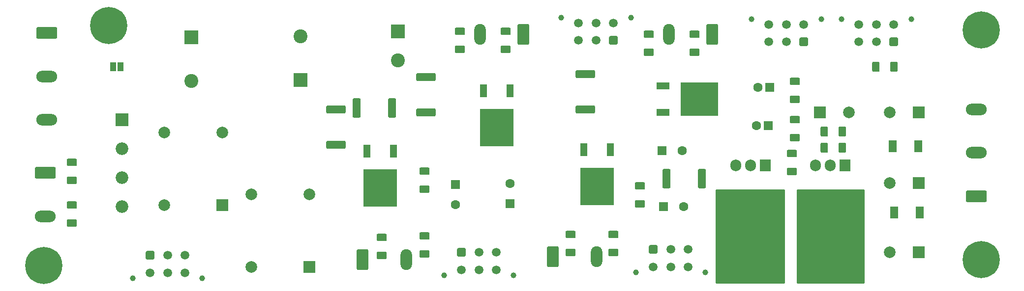
<source format=gbr>
%TF.GenerationSoftware,KiCad,Pcbnew,(5.1.10)-1*%
%TF.CreationDate,2021-11-20T18:22:11+01:00*%
%TF.ProjectId,MRAMP00_PowerSupply,4d52414d-5030-4305-9f50-6f7765725375,rev?*%
%TF.SameCoordinates,Original*%
%TF.FileFunction,Soldermask,Bot*%
%TF.FilePolarity,Negative*%
%FSLAX46Y46*%
G04 Gerber Fmt 4.6, Leading zero omitted, Abs format (unit mm)*
G04 Created by KiCad (PCBNEW (5.1.10)-1) date 2021-11-20 18:22:11*
%MOMM*%
%LPD*%
G01*
G04 APERTURE LIST*
%ADD10R,1.400000X2.100000*%
%ADD11R,2.175000X2.175000*%
%ADD12C,2.175000*%
%ADD13C,6.400000*%
%ADD14O,3.600000X2.000000*%
%ADD15C,2.000000*%
%ADD16R,2.000000X2.000000*%
%ADD17O,1.905000X2.000000*%
%ADD18R,1.905000X2.000000*%
%ADD19O,3.500000X3.500000*%
%ADD20R,5.800000X6.400000*%
%ADD21R,1.200000X2.200000*%
%ADD22R,6.400000X5.800000*%
%ADD23R,2.200000X1.200000*%
%ADD24R,1.000000X1.500000*%
%ADD25C,1.500000*%
%ADD26C,1.000000*%
%ADD27O,2.000000X3.600000*%
%ADD28C,1.600000*%
%ADD29R,1.600000X1.600000*%
%ADD30C,2.400000*%
%ADD31R,2.400000X2.400000*%
%ADD32C,0.254000*%
%ADD33C,0.100000*%
G04 APERTURE END LIST*
D10*
%TO.C,D2*%
X-490996000Y2590000D03*
X-486596000Y2590000D03*
%TD*%
%TO.C,D1*%
X-486850000Y14020000D03*
X-491250000Y14020000D03*
%TD*%
D11*
%TO.C,BR1*%
X-623924000Y18592000D03*
D12*
X-623924000Y13592000D03*
X-623924000Y8592000D03*
X-623924000Y3592000D03*
%TD*%
D13*
%TO.C,H4*%
X-476000000Y-5538000D03*
%TD*%
%TO.C,H3*%
X-476000000Y34086000D03*
%TD*%
%TO.C,H2*%
X-637386000Y-6554000D03*
%TD*%
%TO.C,H1*%
X-626210000Y34848000D03*
%TD*%
D14*
%TO.C,J12*%
X-636878000Y18578000D03*
X-636878000Y26078000D03*
G36*
G01*
X-638428000Y34578000D02*
X-635328000Y34578000D01*
G75*
G02*
X-635078000Y34328000I0J-250000D01*
G01*
X-635078000Y32828000D01*
G75*
G02*
X-635328000Y32578000I-250000J0D01*
G01*
X-638428000Y32578000D01*
G75*
G02*
X-638678000Y32828000I0J250000D01*
G01*
X-638678000Y34328000D01*
G75*
G02*
X-638428000Y34578000I250000J0D01*
G01*
G37*
%TD*%
%TO.C,R31*%
G36*
G01*
X-508725001Y22772000D02*
X-507474999Y22772000D01*
G75*
G02*
X-507225000Y22522001I0J-249999D01*
G01*
X-507225000Y21721999D01*
G75*
G02*
X-507474999Y21472000I-249999J0D01*
G01*
X-508725001Y21472000D01*
G75*
G02*
X-508975000Y21721999I0J249999D01*
G01*
X-508975000Y22522001D01*
G75*
G02*
X-508725001Y22772000I249999J0D01*
G01*
G37*
G36*
G01*
X-508725001Y25872000D02*
X-507474999Y25872000D01*
G75*
G02*
X-507225000Y25622001I0J-249999D01*
G01*
X-507225000Y24821999D01*
G75*
G02*
X-507474999Y24572000I-249999J0D01*
G01*
X-508725001Y24572000D01*
G75*
G02*
X-508975000Y24821999I0J249999D01*
G01*
X-508975000Y25622001D01*
G75*
G02*
X-508725001Y25872000I249999J0D01*
G01*
G37*
%TD*%
%TO.C,R29*%
G36*
G01*
X-508725001Y16168000D02*
X-507474999Y16168000D01*
G75*
G02*
X-507225000Y15918001I0J-249999D01*
G01*
X-507225000Y15117999D01*
G75*
G02*
X-507474999Y14868000I-249999J0D01*
G01*
X-508725001Y14868000D01*
G75*
G02*
X-508975000Y15117999I0J249999D01*
G01*
X-508975000Y15918001D01*
G75*
G02*
X-508725001Y16168000I249999J0D01*
G01*
G37*
G36*
G01*
X-508725001Y19268000D02*
X-507474999Y19268000D01*
G75*
G02*
X-507225000Y19018001I0J-249999D01*
G01*
X-507225000Y18217999D01*
G75*
G02*
X-507474999Y17968000I-249999J0D01*
G01*
X-508725001Y17968000D01*
G75*
G02*
X-508975000Y18217999I0J249999D01*
G01*
X-508975000Y19018001D01*
G75*
G02*
X-508725001Y19268000I249999J0D01*
G01*
G37*
%TD*%
%TO.C,R28*%
G36*
G01*
X-507982999Y12126000D02*
X-509233001Y12126000D01*
G75*
G02*
X-509483000Y12375999I0J249999D01*
G01*
X-509483000Y13176001D01*
G75*
G02*
X-509233001Y13426000I249999J0D01*
G01*
X-507982999Y13426000D01*
G75*
G02*
X-507733000Y13176001I0J-249999D01*
G01*
X-507733000Y12375999D01*
G75*
G02*
X-507982999Y12126000I-249999J0D01*
G01*
G37*
G36*
G01*
X-507982999Y9026000D02*
X-509233001Y9026000D01*
G75*
G02*
X-509483000Y9275999I0J249999D01*
G01*
X-509483000Y10076001D01*
G75*
G02*
X-509233001Y10326000I249999J0D01*
G01*
X-507982999Y10326000D01*
G75*
G02*
X-507733000Y10076001I0J-249999D01*
G01*
X-507733000Y9275999D01*
G75*
G02*
X-507982999Y9026000I-249999J0D01*
G01*
G37*
%TD*%
%TO.C,R27*%
G36*
G01*
X-588519001Y14972000D02*
X-585668999Y14972000D01*
G75*
G02*
X-585419000Y14722001I0J-249999D01*
G01*
X-585419000Y13821999D01*
G75*
G02*
X-585668999Y13572000I-249999J0D01*
G01*
X-588519001Y13572000D01*
G75*
G02*
X-588769000Y13821999I0J249999D01*
G01*
X-588769000Y14722001D01*
G75*
G02*
X-588519001Y14972000I249999J0D01*
G01*
G37*
G36*
G01*
X-588519001Y21072000D02*
X-585668999Y21072000D01*
G75*
G02*
X-585419000Y20822001I0J-249999D01*
G01*
X-585419000Y19921999D01*
G75*
G02*
X-585668999Y19672000I-249999J0D01*
G01*
X-588519001Y19672000D01*
G75*
G02*
X-588769000Y19921999I0J249999D01*
G01*
X-588769000Y20822001D01*
G75*
G02*
X-588519001Y21072000I249999J0D01*
G01*
G37*
%TD*%
%TO.C,R25*%
G36*
G01*
X-571228999Y9078000D02*
X-572479001Y9078000D01*
G75*
G02*
X-572729000Y9327999I0J249999D01*
G01*
X-572729000Y10128001D01*
G75*
G02*
X-572479001Y10378000I249999J0D01*
G01*
X-571228999Y10378000D01*
G75*
G02*
X-570979000Y10128001I0J-249999D01*
G01*
X-570979000Y9327999D01*
G75*
G02*
X-571228999Y9078000I-249999J0D01*
G01*
G37*
G36*
G01*
X-571228999Y5978000D02*
X-572479001Y5978000D01*
G75*
G02*
X-572729000Y6227999I0J249999D01*
G01*
X-572729000Y7028001D01*
G75*
G02*
X-572479001Y7278000I249999J0D01*
G01*
X-571228999Y7278000D01*
G75*
G02*
X-570979000Y7028001I0J-249999D01*
G01*
X-570979000Y6227999D01*
G75*
G02*
X-571228999Y5978000I-249999J0D01*
G01*
G37*
%TD*%
%TO.C,R24*%
G36*
G01*
X-534144999Y6538000D02*
X-535395001Y6538000D01*
G75*
G02*
X-535645000Y6787999I0J249999D01*
G01*
X-535645000Y7588001D01*
G75*
G02*
X-535395001Y7838000I249999J0D01*
G01*
X-534144999Y7838000D01*
G75*
G02*
X-533895000Y7588001I0J-249999D01*
G01*
X-533895000Y6787999D01*
G75*
G02*
X-534144999Y6538000I-249999J0D01*
G01*
G37*
G36*
G01*
X-534144999Y3438000D02*
X-535395001Y3438000D01*
G75*
G02*
X-535645000Y3687999I0J249999D01*
G01*
X-535645000Y4488001D01*
G75*
G02*
X-535395001Y4738000I249999J0D01*
G01*
X-534144999Y4738000D01*
G75*
G02*
X-533895000Y4488001I0J-249999D01*
G01*
X-533895000Y3687999D01*
G75*
G02*
X-534144999Y3438000I-249999J0D01*
G01*
G37*
%TD*%
%TO.C,R23*%
G36*
G01*
X-578140000Y19198999D02*
X-578140000Y22049001D01*
G75*
G02*
X-577890001Y22299000I249999J0D01*
G01*
X-576989999Y22299000D01*
G75*
G02*
X-576740000Y22049001I0J-249999D01*
G01*
X-576740000Y19198999D01*
G75*
G02*
X-576989999Y18949000I-249999J0D01*
G01*
X-577890001Y18949000D01*
G75*
G02*
X-578140000Y19198999I0J249999D01*
G01*
G37*
G36*
G01*
X-584240000Y19198999D02*
X-584240000Y22049001D01*
G75*
G02*
X-583990001Y22299000I249999J0D01*
G01*
X-583089999Y22299000D01*
G75*
G02*
X-582840000Y22049001I0J-249999D01*
G01*
X-582840000Y19198999D01*
G75*
G02*
X-583089999Y18949000I-249999J0D01*
G01*
X-583990001Y18949000D01*
G75*
G02*
X-584240000Y19198999I0J249999D01*
G01*
G37*
%TD*%
%TO.C,R22*%
G36*
G01*
X-542742999Y25768000D02*
X-545593001Y25768000D01*
G75*
G02*
X-545843000Y26017999I0J249999D01*
G01*
X-545843000Y26918001D01*
G75*
G02*
X-545593001Y27168000I249999J0D01*
G01*
X-542742999Y27168000D01*
G75*
G02*
X-542493000Y26918001I0J-249999D01*
G01*
X-542493000Y26017999D01*
G75*
G02*
X-542742999Y25768000I-249999J0D01*
G01*
G37*
G36*
G01*
X-542742999Y19668000D02*
X-545593001Y19668000D01*
G75*
G02*
X-545843000Y19917999I0J249999D01*
G01*
X-545843000Y20818001D01*
G75*
G02*
X-545593001Y21068000I249999J0D01*
G01*
X-542742999Y21068000D01*
G75*
G02*
X-542493000Y20818001I0J-249999D01*
G01*
X-542493000Y19917999D01*
G75*
G02*
X-542742999Y19668000I-249999J0D01*
G01*
G37*
%TD*%
%TO.C,R21*%
G36*
G01*
X-491706000Y27110999D02*
X-491706000Y28361001D01*
G75*
G02*
X-491456001Y28611000I249999J0D01*
G01*
X-490655999Y28611000D01*
G75*
G02*
X-490406000Y28361001I0J-249999D01*
G01*
X-490406000Y27110999D01*
G75*
G02*
X-490655999Y26861000I-249999J0D01*
G01*
X-491456001Y26861000D01*
G75*
G02*
X-491706000Y27110999I0J249999D01*
G01*
G37*
G36*
G01*
X-494806000Y27110999D02*
X-494806000Y28361001D01*
G75*
G02*
X-494556001Y28611000I249999J0D01*
G01*
X-493755999Y28611000D01*
G75*
G02*
X-493506000Y28361001I0J-249999D01*
G01*
X-493506000Y27110999D01*
G75*
G02*
X-493755999Y26861000I-249999J0D01*
G01*
X-494556001Y26861000D01*
G75*
G02*
X-494806000Y27110999I0J249999D01*
G01*
G37*
%TD*%
%TO.C,R19*%
G36*
G01*
X-500596000Y15934999D02*
X-500596000Y17185001D01*
G75*
G02*
X-500346001Y17435000I249999J0D01*
G01*
X-499545999Y17435000D01*
G75*
G02*
X-499296000Y17185001I0J-249999D01*
G01*
X-499296000Y15934999D01*
G75*
G02*
X-499545999Y15685000I-249999J0D01*
G01*
X-500346001Y15685000D01*
G75*
G02*
X-500596000Y15934999I0J249999D01*
G01*
G37*
G36*
G01*
X-503696000Y15934999D02*
X-503696000Y17185001D01*
G75*
G02*
X-503446001Y17435000I249999J0D01*
G01*
X-502645999Y17435000D01*
G75*
G02*
X-502396000Y17185001I0J-249999D01*
G01*
X-502396000Y15934999D01*
G75*
G02*
X-502645999Y15685000I-249999J0D01*
G01*
X-503446001Y15685000D01*
G75*
G02*
X-503696000Y15934999I0J249999D01*
G01*
G37*
%TD*%
%TO.C,R18*%
G36*
G01*
X-529500000Y9857001D02*
X-529500000Y7006999D01*
G75*
G02*
X-529749999Y6757000I-249999J0D01*
G01*
X-530650001Y6757000D01*
G75*
G02*
X-530900000Y7006999I0J249999D01*
G01*
X-530900000Y9857001D01*
G75*
G02*
X-530650001Y10107000I249999J0D01*
G01*
X-529749999Y10107000D01*
G75*
G02*
X-529500000Y9857001I0J-249999D01*
G01*
G37*
G36*
G01*
X-523400000Y9857001D02*
X-523400000Y7006999D01*
G75*
G02*
X-523649999Y6757000I-249999J0D01*
G01*
X-524550001Y6757000D01*
G75*
G02*
X-524800000Y7006999I0J249999D01*
G01*
X-524800000Y9857001D01*
G75*
G02*
X-524550001Y10107000I249999J0D01*
G01*
X-523649999Y10107000D01*
G75*
G02*
X-523400000Y9857001I0J-249999D01*
G01*
G37*
%TD*%
%TO.C,R16*%
G36*
G01*
X-500596000Y13140999D02*
X-500596000Y14391001D01*
G75*
G02*
X-500346001Y14641000I249999J0D01*
G01*
X-499545999Y14641000D01*
G75*
G02*
X-499296000Y14391001I0J-249999D01*
G01*
X-499296000Y13140999D01*
G75*
G02*
X-499545999Y12891000I-249999J0D01*
G01*
X-500346001Y12891000D01*
G75*
G02*
X-500596000Y13140999I0J249999D01*
G01*
G37*
G36*
G01*
X-503696000Y13140999D02*
X-503696000Y14391001D01*
G75*
G02*
X-503446001Y14641000I249999J0D01*
G01*
X-502645999Y14641000D01*
G75*
G02*
X-502396000Y14391001I0J-249999D01*
G01*
X-502396000Y13140999D01*
G75*
G02*
X-502645999Y12891000I-249999J0D01*
G01*
X-503446001Y12891000D01*
G75*
G02*
X-503696000Y13140999I0J249999D01*
G01*
G37*
%TD*%
%TO.C,R11*%
G36*
G01*
X-573025001Y20560000D02*
X-570174999Y20560000D01*
G75*
G02*
X-569925000Y20310001I0J-249999D01*
G01*
X-569925000Y19409999D01*
G75*
G02*
X-570174999Y19160000I-249999J0D01*
G01*
X-573025001Y19160000D01*
G75*
G02*
X-573275000Y19409999I0J249999D01*
G01*
X-573275000Y20310001D01*
G75*
G02*
X-573025001Y20560000I249999J0D01*
G01*
G37*
G36*
G01*
X-573025001Y26660000D02*
X-570174999Y26660000D01*
G75*
G02*
X-569925000Y26410001I0J-249999D01*
G01*
X-569925000Y25509999D01*
G75*
G02*
X-570174999Y25260000I-249999J0D01*
G01*
X-573025001Y25260000D01*
G75*
G02*
X-573275000Y25509999I0J249999D01*
G01*
X-573275000Y26410001D01*
G75*
G02*
X-573025001Y26660000I249999J0D01*
G01*
G37*
%TD*%
%TO.C,R10*%
G36*
G01*
X-572479001Y-3898000D02*
X-571228999Y-3898000D01*
G75*
G02*
X-570979000Y-4147999I0J-249999D01*
G01*
X-570979000Y-4948001D01*
G75*
G02*
X-571228999Y-5198000I-249999J0D01*
G01*
X-572479001Y-5198000D01*
G75*
G02*
X-572729000Y-4948001I0J249999D01*
G01*
X-572729000Y-4147999D01*
G75*
G02*
X-572479001Y-3898000I249999J0D01*
G01*
G37*
G36*
G01*
X-572479001Y-798000D02*
X-571228999Y-798000D01*
G75*
G02*
X-570979000Y-1047999I0J-249999D01*
G01*
X-570979000Y-1848001D01*
G75*
G02*
X-571228999Y-2098000I-249999J0D01*
G01*
X-572479001Y-2098000D01*
G75*
G02*
X-572729000Y-1848001I0J249999D01*
G01*
X-572729000Y-1047999D01*
G75*
G02*
X-572479001Y-798000I249999J0D01*
G01*
G37*
%TD*%
%TO.C,R9*%
G36*
G01*
X-578594999Y-2352000D02*
X-579845001Y-2352000D01*
G75*
G02*
X-580095000Y-2102001I0J249999D01*
G01*
X-580095000Y-1301999D01*
G75*
G02*
X-579845001Y-1052000I249999J0D01*
G01*
X-578594999Y-1052000D01*
G75*
G02*
X-578345000Y-1301999I0J-249999D01*
G01*
X-578345000Y-2102001D01*
G75*
G02*
X-578594999Y-2352000I-249999J0D01*
G01*
G37*
G36*
G01*
X-578594999Y-5452000D02*
X-579845001Y-5452000D01*
G75*
G02*
X-580095000Y-5202001I0J249999D01*
G01*
X-580095000Y-4401999D01*
G75*
G02*
X-579845001Y-4152000I249999J0D01*
G01*
X-578594999Y-4152000D01*
G75*
G02*
X-578345000Y-4401999I0J-249999D01*
G01*
X-578345000Y-5202001D01*
G75*
G02*
X-578594999Y-5452000I-249999J0D01*
G01*
G37*
%TD*%
%TO.C,R8*%
G36*
G01*
X-539967001Y-544000D02*
X-538716999Y-544000D01*
G75*
G02*
X-538467000Y-793999I0J-249999D01*
G01*
X-538467000Y-1594001D01*
G75*
G02*
X-538716999Y-1844000I-249999J0D01*
G01*
X-539967001Y-1844000D01*
G75*
G02*
X-540217000Y-1594001I0J249999D01*
G01*
X-540217000Y-793999D01*
G75*
G02*
X-539967001Y-544000I249999J0D01*
G01*
G37*
G36*
G01*
X-539967001Y-3644000D02*
X-538716999Y-3644000D01*
G75*
G02*
X-538467000Y-3893999I0J-249999D01*
G01*
X-538467000Y-4694001D01*
G75*
G02*
X-538716999Y-4944000I-249999J0D01*
G01*
X-539967001Y-4944000D01*
G75*
G02*
X-540217000Y-4694001I0J249999D01*
G01*
X-540217000Y-3893999D01*
G75*
G02*
X-539967001Y-3644000I249999J0D01*
G01*
G37*
%TD*%
%TO.C,R7*%
G36*
G01*
X-546082999Y-1844000D02*
X-547333001Y-1844000D01*
G75*
G02*
X-547583000Y-1594001I0J249999D01*
G01*
X-547583000Y-793999D01*
G75*
G02*
X-547333001Y-544000I249999J0D01*
G01*
X-546082999Y-544000D01*
G75*
G02*
X-545833000Y-793999I0J-249999D01*
G01*
X-545833000Y-1594001D01*
G75*
G02*
X-546082999Y-1844000I-249999J0D01*
G01*
G37*
G36*
G01*
X-546082999Y-4944000D02*
X-547333001Y-4944000D01*
G75*
G02*
X-547583000Y-4694001I0J249999D01*
G01*
X-547583000Y-3893999D01*
G75*
G02*
X-547333001Y-3644000I249999J0D01*
G01*
X-546082999Y-3644000D01*
G75*
G02*
X-545833000Y-3893999I0J-249999D01*
G01*
X-545833000Y-4694001D01*
G75*
G02*
X-546082999Y-4944000I-249999J0D01*
G01*
G37*
%TD*%
%TO.C,R6*%
G36*
G01*
X-633185001Y1436000D02*
X-631934999Y1436000D01*
G75*
G02*
X-631685000Y1186001I0J-249999D01*
G01*
X-631685000Y385999D01*
G75*
G02*
X-631934999Y136000I-249999J0D01*
G01*
X-633185001Y136000D01*
G75*
G02*
X-633435000Y385999I0J249999D01*
G01*
X-633435000Y1186001D01*
G75*
G02*
X-633185001Y1436000I249999J0D01*
G01*
G37*
G36*
G01*
X-633185001Y4536000D02*
X-631934999Y4536000D01*
G75*
G02*
X-631685000Y4286001I0J-249999D01*
G01*
X-631685000Y3485999D01*
G75*
G02*
X-631934999Y3236000I-249999J0D01*
G01*
X-633185001Y3236000D01*
G75*
G02*
X-633435000Y3485999I0J249999D01*
G01*
X-633435000Y4286001D01*
G75*
G02*
X-633185001Y4536000I249999J0D01*
G01*
G37*
%TD*%
%TO.C,R5*%
G36*
G01*
X-633185001Y8802000D02*
X-631934999Y8802000D01*
G75*
G02*
X-631685000Y8552001I0J-249999D01*
G01*
X-631685000Y7751999D01*
G75*
G02*
X-631934999Y7502000I-249999J0D01*
G01*
X-633185001Y7502000D01*
G75*
G02*
X-633435000Y7751999I0J249999D01*
G01*
X-633435000Y8552001D01*
G75*
G02*
X-633185001Y8802000I249999J0D01*
G01*
G37*
G36*
G01*
X-633185001Y11902000D02*
X-631934999Y11902000D01*
G75*
G02*
X-631685000Y11652001I0J-249999D01*
G01*
X-631685000Y10851999D01*
G75*
G02*
X-631934999Y10602000I-249999J0D01*
G01*
X-633185001Y10602000D01*
G75*
G02*
X-633435000Y10851999I0J249999D01*
G01*
X-633435000Y11652001D01*
G75*
G02*
X-633185001Y11902000I249999J0D01*
G01*
G37*
%TD*%
%TO.C,R4*%
G36*
G01*
X-532620999Y32700000D02*
X-533871001Y32700000D01*
G75*
G02*
X-534121000Y32949999I0J249999D01*
G01*
X-534121000Y33750001D01*
G75*
G02*
X-533871001Y34000000I249999J0D01*
G01*
X-532620999Y34000000D01*
G75*
G02*
X-532371000Y33750001I0J-249999D01*
G01*
X-532371000Y32949999D01*
G75*
G02*
X-532620999Y32700000I-249999J0D01*
G01*
G37*
G36*
G01*
X-532620999Y29600000D02*
X-533871001Y29600000D01*
G75*
G02*
X-534121000Y29849999I0J249999D01*
G01*
X-534121000Y30650001D01*
G75*
G02*
X-533871001Y30900000I249999J0D01*
G01*
X-532620999Y30900000D01*
G75*
G02*
X-532371000Y30650001I0J-249999D01*
G01*
X-532371000Y29849999D01*
G75*
G02*
X-532620999Y29600000I-249999J0D01*
G01*
G37*
%TD*%
%TO.C,R3*%
G36*
G01*
X-525997001Y30900000D02*
X-524746999Y30900000D01*
G75*
G02*
X-524497000Y30650001I0J-249999D01*
G01*
X-524497000Y29849999D01*
G75*
G02*
X-524746999Y29600000I-249999J0D01*
G01*
X-525997001Y29600000D01*
G75*
G02*
X-526247000Y29849999I0J249999D01*
G01*
X-526247000Y30650001D01*
G75*
G02*
X-525997001Y30900000I249999J0D01*
G01*
G37*
G36*
G01*
X-525997001Y34000000D02*
X-524746999Y34000000D01*
G75*
G02*
X-524497000Y33750001I0J-249999D01*
G01*
X-524497000Y32949999D01*
G75*
G02*
X-524746999Y32700000I-249999J0D01*
G01*
X-525997001Y32700000D01*
G75*
G02*
X-526247000Y32949999I0J249999D01*
G01*
X-526247000Y33750001D01*
G75*
G02*
X-525997001Y34000000I249999J0D01*
G01*
G37*
%TD*%
%TO.C,R2*%
G36*
G01*
X-565132999Y33208000D02*
X-566383001Y33208000D01*
G75*
G02*
X-566633000Y33457999I0J249999D01*
G01*
X-566633000Y34258001D01*
G75*
G02*
X-566383001Y34508000I249999J0D01*
G01*
X-565132999Y34508000D01*
G75*
G02*
X-564883000Y34258001I0J-249999D01*
G01*
X-564883000Y33457999D01*
G75*
G02*
X-565132999Y33208000I-249999J0D01*
G01*
G37*
G36*
G01*
X-565132999Y30108000D02*
X-566383001Y30108000D01*
G75*
G02*
X-566633000Y30357999I0J249999D01*
G01*
X-566633000Y31158001D01*
G75*
G02*
X-566383001Y31408000I249999J0D01*
G01*
X-565132999Y31408000D01*
G75*
G02*
X-564883000Y31158001I0J-249999D01*
G01*
X-564883000Y30357999D01*
G75*
G02*
X-565132999Y30108000I-249999J0D01*
G01*
G37*
%TD*%
%TO.C,R1*%
G36*
G01*
X-558509001Y31408000D02*
X-557258999Y31408000D01*
G75*
G02*
X-557009000Y31158001I0J-249999D01*
G01*
X-557009000Y30357999D01*
G75*
G02*
X-557258999Y30108000I-249999J0D01*
G01*
X-558509001Y30108000D01*
G75*
G02*
X-558759000Y30357999I0J249999D01*
G01*
X-558759000Y31158001D01*
G75*
G02*
X-558509001Y31408000I249999J0D01*
G01*
G37*
G36*
G01*
X-558509001Y34508000D02*
X-557258999Y34508000D01*
G75*
G02*
X-557009000Y34258001I0J-249999D01*
G01*
X-557009000Y33457999D01*
G75*
G02*
X-557258999Y33208000I-249999J0D01*
G01*
X-558509001Y33208000D01*
G75*
G02*
X-558759000Y33457999I0J249999D01*
G01*
X-558759000Y34258001D01*
G75*
G02*
X-558509001Y34508000I249999J0D01*
G01*
G37*
%TD*%
D15*
%TO.C,L2*%
X-601666000Y5692000D03*
X-591666000Y5692000D03*
X-601666000Y-6808000D03*
D16*
X-591666000Y-6808000D03*
%TD*%
D15*
%TO.C,L1*%
X-616652000Y16360000D03*
X-606652000Y16360000D03*
X-616652000Y3860000D03*
D16*
X-606652000Y3860000D03*
%TD*%
D17*
%TO.C,U6*%
X-504544000Y10718000D03*
X-502004000Y10718000D03*
D18*
X-499464000Y10718000D03*
D19*
X-502004000Y-5942000D03*
%TD*%
D17*
%TO.C,U5*%
X-518260000Y10718000D03*
X-515720000Y10718000D03*
D18*
X-513180000Y10718000D03*
D19*
X-515720000Y-5942000D03*
%TD*%
D20*
%TO.C,U4*%
X-579474000Y6840000D03*
D21*
X-577194000Y13140000D03*
X-581754000Y13140000D03*
%TD*%
D20*
%TO.C,U3*%
X-542136000Y7094000D03*
D21*
X-539856000Y13394000D03*
X-544416000Y13394000D03*
%TD*%
D22*
%TO.C,U2*%
X-524542000Y22148000D03*
D23*
X-530842000Y24428000D03*
X-530842000Y19868000D03*
%TD*%
D20*
%TO.C,U1*%
X-559408000Y17254000D03*
D21*
X-557128000Y23554000D03*
X-561688000Y23554000D03*
%TD*%
D24*
%TO.C,JP1*%
X-624178000Y27736000D03*
X-625478000Y27736000D03*
%TD*%
D14*
%TO.C,J13*%
X-476858000Y20384000D03*
X-476858000Y12884000D03*
G36*
G01*
X-475308000Y4384000D02*
X-478408000Y4384000D01*
G75*
G02*
X-478658000Y4634000I0J250000D01*
G01*
X-478658000Y6134000D01*
G75*
G02*
X-478408000Y6384000I250000J0D01*
G01*
X-475308000Y6384000D01*
G75*
G02*
X-475058000Y6134000I0J-250000D01*
G01*
X-475058000Y4634000D01*
G75*
G02*
X-475308000Y4384000I-250000J0D01*
G01*
G37*
%TD*%
D25*
%TO.C,J11*%
X-497082000Y35054000D03*
X-494082000Y35054000D03*
X-491082000Y35054000D03*
X-497082000Y32054000D03*
X-494082000Y32054000D03*
G36*
G01*
X-490332000Y32554000D02*
X-490332000Y31554000D01*
G75*
G02*
X-490582000Y31304000I-250000J0D01*
G01*
X-491582000Y31304000D01*
G75*
G02*
X-491832000Y31554000I0J250000D01*
G01*
X-491832000Y32554000D01*
G75*
G02*
X-491582000Y32804000I250000J0D01*
G01*
X-490582000Y32804000D01*
G75*
G02*
X-490332000Y32554000I0J-250000D01*
G01*
G37*
D26*
X-500082000Y35994000D03*
X-488082000Y35994000D03*
%TD*%
D25*
%TO.C,J10*%
X-559504000Y-7268000D03*
X-562504000Y-7268000D03*
X-565504000Y-7268000D03*
X-559504000Y-4268000D03*
X-562504000Y-4268000D03*
G36*
G01*
X-566254000Y-4768000D02*
X-566254000Y-3768000D01*
G75*
G02*
X-566004000Y-3518000I250000J0D01*
G01*
X-565004000Y-3518000D01*
G75*
G02*
X-564754000Y-3768000I0J-250000D01*
G01*
X-564754000Y-4768000D01*
G75*
G02*
X-565004000Y-5018000I-250000J0D01*
G01*
X-566004000Y-5018000D01*
G75*
G02*
X-566254000Y-4768000I0J250000D01*
G01*
G37*
D26*
X-556504000Y-8208000D03*
X-568504000Y-8208000D03*
%TD*%
D25*
%TO.C,J9*%
X-526484000Y-6760000D03*
X-529484000Y-6760000D03*
X-532484000Y-6760000D03*
X-526484000Y-3760000D03*
X-529484000Y-3760000D03*
G36*
G01*
X-533234000Y-4260000D02*
X-533234000Y-3260000D01*
G75*
G02*
X-532984000Y-3010000I250000J0D01*
G01*
X-531984000Y-3010000D01*
G75*
G02*
X-531734000Y-3260000I0J-250000D01*
G01*
X-531734000Y-4260000D01*
G75*
G02*
X-531984000Y-4510000I-250000J0D01*
G01*
X-532984000Y-4510000D01*
G75*
G02*
X-533234000Y-4260000I0J250000D01*
G01*
G37*
D26*
X-523484000Y-7700000D03*
X-535484000Y-7700000D03*
%TD*%
D25*
%TO.C,J8*%
X-613098000Y-7776000D03*
X-616098000Y-7776000D03*
X-619098000Y-7776000D03*
X-613098000Y-4776000D03*
X-616098000Y-4776000D03*
G36*
G01*
X-619848000Y-5276000D02*
X-619848000Y-4276000D01*
G75*
G02*
X-619598000Y-4026000I250000J0D01*
G01*
X-618598000Y-4026000D01*
G75*
G02*
X-618348000Y-4276000I0J-250000D01*
G01*
X-618348000Y-5276000D01*
G75*
G02*
X-618598000Y-5526000I-250000J0D01*
G01*
X-619598000Y-5526000D01*
G75*
G02*
X-619848000Y-5276000I0J250000D01*
G01*
G37*
D26*
X-610098000Y-8716000D03*
X-622098000Y-8716000D03*
%TD*%
D25*
%TO.C,J7*%
X-512576000Y35054000D03*
X-509576000Y35054000D03*
X-506576000Y35054000D03*
X-512576000Y32054000D03*
X-509576000Y32054000D03*
G36*
G01*
X-505826000Y32554000D02*
X-505826000Y31554000D01*
G75*
G02*
X-506076000Y31304000I-250000J0D01*
G01*
X-507076000Y31304000D01*
G75*
G02*
X-507326000Y31554000I0J250000D01*
G01*
X-507326000Y32554000D01*
G75*
G02*
X-507076000Y32804000I250000J0D01*
G01*
X-506076000Y32804000D01*
G75*
G02*
X-505826000Y32554000I0J-250000D01*
G01*
G37*
D26*
X-515576000Y35994000D03*
X-503576000Y35994000D03*
%TD*%
D25*
%TO.C,J6*%
X-545342000Y35308000D03*
X-542342000Y35308000D03*
X-539342000Y35308000D03*
X-545342000Y32308000D03*
X-542342000Y32308000D03*
G36*
G01*
X-538592000Y32808000D02*
X-538592000Y31808000D01*
G75*
G02*
X-538842000Y31558000I-250000J0D01*
G01*
X-539842000Y31558000D01*
G75*
G02*
X-540092000Y31808000I0J250000D01*
G01*
X-540092000Y32808000D01*
G75*
G02*
X-539842000Y33058000I250000J0D01*
G01*
X-538842000Y33058000D01*
G75*
G02*
X-538592000Y32808000I0J-250000D01*
G01*
G37*
D26*
X-548342000Y36248000D03*
X-536342000Y36248000D03*
%TD*%
D27*
%TO.C,J5*%
X-575022000Y-5538000D03*
G36*
G01*
X-583522000Y-7088000D02*
X-583522000Y-3988000D01*
G75*
G02*
X-583272000Y-3738000I250000J0D01*
G01*
X-581772000Y-3738000D01*
G75*
G02*
X-581522000Y-3988000I0J-250000D01*
G01*
X-581522000Y-7088000D01*
G75*
G02*
X-581772000Y-7338000I-250000J0D01*
G01*
X-583272000Y-7338000D01*
G75*
G02*
X-583522000Y-7088000I0J250000D01*
G01*
G37*
%TD*%
%TO.C,J4*%
X-542256000Y-5030000D03*
G36*
G01*
X-550756000Y-6580000D02*
X-550756000Y-3480000D01*
G75*
G02*
X-550506000Y-3230000I250000J0D01*
G01*
X-549006000Y-3230000D01*
G75*
G02*
X-548756000Y-3480000I0J-250000D01*
G01*
X-548756000Y-6580000D01*
G75*
G02*
X-549006000Y-6830000I-250000J0D01*
G01*
X-550506000Y-6830000D01*
G75*
G02*
X-550756000Y-6580000I0J250000D01*
G01*
G37*
%TD*%
D14*
%TO.C,J3*%
X-637132000Y1948000D03*
G36*
G01*
X-638682000Y10448000D02*
X-635582000Y10448000D01*
G75*
G02*
X-635332000Y10198000I0J-250000D01*
G01*
X-635332000Y8698000D01*
G75*
G02*
X-635582000Y8448000I-250000J0D01*
G01*
X-638682000Y8448000D01*
G75*
G02*
X-638932000Y8698000I0J250000D01*
G01*
X-638932000Y10198000D01*
G75*
G02*
X-638682000Y10448000I250000J0D01*
G01*
G37*
%TD*%
D27*
%TO.C,J2*%
X-529824000Y33324000D03*
G36*
G01*
X-521324000Y34874000D02*
X-521324000Y31774000D01*
G75*
G02*
X-521574000Y31524000I-250000J0D01*
G01*
X-523074000Y31524000D01*
G75*
G02*
X-523324000Y31774000I0J250000D01*
G01*
X-523324000Y34874000D01*
G75*
G02*
X-523074000Y35124000I250000J0D01*
G01*
X-521574000Y35124000D01*
G75*
G02*
X-521324000Y34874000I0J-250000D01*
G01*
G37*
%TD*%
%TO.C,J1*%
X-562336000Y33324000D03*
G36*
G01*
X-553836000Y34874000D02*
X-553836000Y31774000D01*
G75*
G02*
X-554086000Y31524000I-250000J0D01*
G01*
X-555586000Y31524000D01*
G75*
G02*
X-555836000Y31774000I0J250000D01*
G01*
X-555836000Y34874000D01*
G75*
G02*
X-555586000Y35124000I250000J0D01*
G01*
X-554086000Y35124000D01*
G75*
G02*
X-553836000Y34874000I0J-250000D01*
G01*
G37*
%TD*%
D28*
%TO.C,C16*%
X-514672000Y17576000D03*
D29*
X-512672000Y17576000D03*
%TD*%
D28*
%TO.C,C15*%
X-514418000Y24180000D03*
D29*
X-512418000Y24180000D03*
%TD*%
D15*
%TO.C,C14*%
X-491764000Y7670000D03*
D16*
X-486764000Y7670000D03*
%TD*%
D15*
%TO.C,C13*%
X-498782000Y19862000D03*
D16*
X-503782000Y19862000D03*
%TD*%
D15*
%TO.C,C12*%
X-491764000Y-4268000D03*
D16*
X-486764000Y-4268000D03*
%TD*%
D15*
%TO.C,C11*%
X-491764000Y19862000D03*
D16*
X-486764000Y19862000D03*
%TD*%
D28*
%TO.C,C10*%
X-557122000Y7614000D03*
D29*
X-557122000Y4114000D03*
%TD*%
D28*
%TO.C,C9*%
X-527206000Y3606000D03*
D29*
X-530706000Y3606000D03*
%TD*%
D30*
%TO.C,C8*%
X-576426000Y28832000D03*
D31*
X-576426000Y33832000D03*
%TD*%
D30*
%TO.C,C7*%
X-593190000Y32950000D03*
D31*
X-593190000Y25450000D03*
%TD*%
D30*
%TO.C,C3*%
X-611986000Y25316000D03*
D31*
X-611986000Y32816000D03*
%TD*%
D28*
%TO.C,C2*%
X-527460000Y13258000D03*
D29*
X-530960000Y13258000D03*
%TD*%
D28*
%TO.C,C1*%
X-566520000Y3916000D03*
D29*
X-566520000Y7416000D03*
%TD*%
D32*
X-510005000Y-9475000D02*
X-521689000Y-9475000D01*
X-521689000Y6527000D01*
X-510005000Y6527000D01*
X-510005000Y-9475000D01*
D33*
G36*
X-510005000Y-9475000D02*
G01*
X-521689000Y-9475000D01*
X-521689000Y6527000D01*
X-510005000Y6527000D01*
X-510005000Y-9475000D01*
G37*
D32*
X-496289000Y-9475000D02*
X-507719000Y-9475000D01*
X-507719000Y6527000D01*
X-496289000Y6527000D01*
X-496289000Y-9475000D01*
D33*
G36*
X-496289000Y-9475000D02*
G01*
X-507719000Y-9475000D01*
X-507719000Y6527000D01*
X-496289000Y6527000D01*
X-496289000Y-9475000D01*
G37*
M02*

</source>
